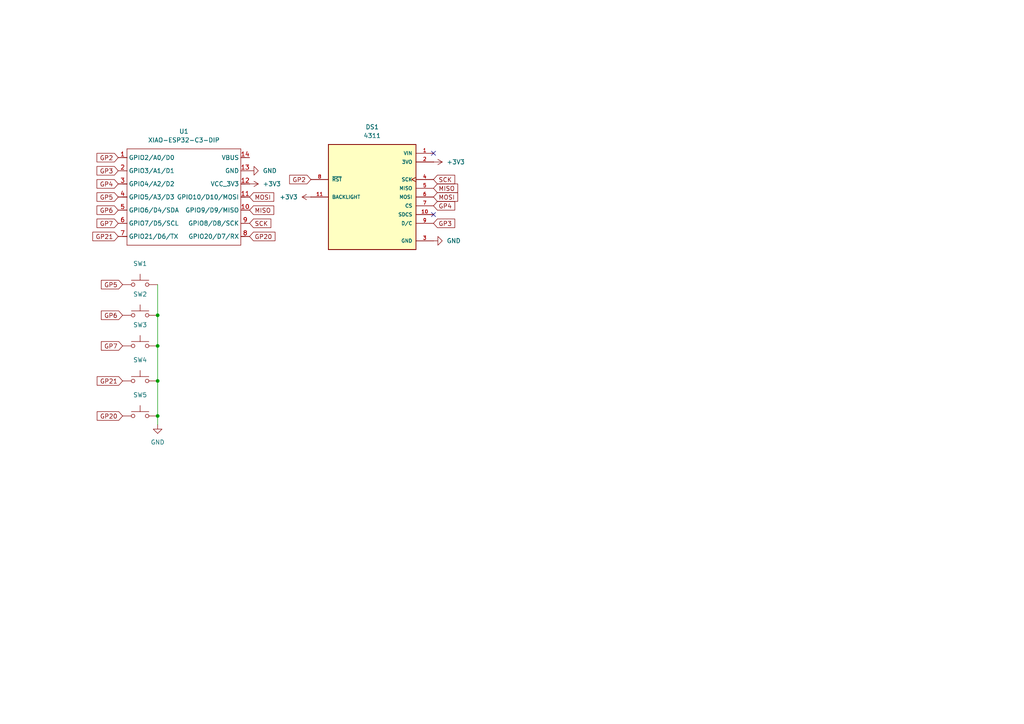
<source format=kicad_sch>
(kicad_sch (version 20231120) (generator "eeschema") (generator_version "8.0")
  (paper "A4")
  (lib_symbols
    (symbol "Display:4311" (pin_names (offset 1.016))
      (property "Reference" "DS" (at -12.7 16.002 0))
      (property "Value" "4311" (at -12.7 -17.78 0))
      (symbol "4311_0_0"
        (rectangle (start -12.7 -15.24) (end 12.7 15.24) (stroke (width 0.254)) (fill (type background)))
        (pin power_in line (at 17.78 12.7 180) (length 5.08) (name "VIN") (number "1"))
        (pin input line (at 17.78 -5.08 180) (length 5.08) (name "SDCS") (number "10"))
        (pin input line (at -17.78 0 0) (length 5.08) (name "BACKLIGHT") (number "11"))
        (pin power_in line (at 17.78 10.16 180) (length 5.08) (name "3VO") (number "2"))
        (pin power_in line (at 17.78 -12.7 180) (length 5.08) (name "GND") (number "3"))
        (pin input clock (at 17.78 5.08 180) (length 5.08) (name "SCK") (number "4"))
        (pin output line (at 17.78 2.54 180) (length 5.08) (name "MISO") (number "5"))
        (pin input line (at 17.78 0 180) (length 5.08) (name "MOSI") (number "6"))
        (pin input line (at 17.78 -2.54 180) (length 5.08) (name "CS") (number "7"))
        (pin input line (at -17.78 5.08 0) (length 5.08) (name "~{RST}") (number "8"))
        (pin input line (at 17.78 -7.62 180) (length 5.08) (name "D/C") (number "9"))
      )
    )
    (symbol "Seeed_Studio_XIAO_Series:XIAO-ESP32-C3-DIP"
      (property "Reference" "U" (at 1.016 2.794 0))
      (property "Value" "XIAO-ESP32-C3-DIP" (at 7.62 1.016 0))
      (symbol "XIAO-ESP32-C3-DIP_1_0"
        (polyline (pts (xy 0 -27.94) (xy 0 -13.97)) (stroke (width 0.1524)))
        (polyline (pts (xy 0 -25.4) (xy -1.27 -25.4)) (stroke (width 0.1524)))
        (polyline (pts (xy 0 -21.59) (xy -1.27 -21.59)) (stroke (width 0.1524)))
        (polyline (pts (xy 0 -17.78) (xy -1.27 -17.78)) (stroke (width 0.1524)))
        (polyline (pts (xy 0 -13.97) (xy -1.27 -13.97)) (stroke (width 0.1524)))
        (polyline (pts (xy 0 -13.97) (xy 0 -10.16)) (stroke (width 0.1524)))
        (polyline (pts (xy 0 -10.16) (xy -1.27 -10.16)) (stroke (width 0.1524)))
        (polyline (pts (xy 0 -10.16) (xy 0 -6.35)) (stroke (width 0.1524)))
        (polyline (pts (xy 0 -6.35) (xy -1.27 -6.35)) (stroke (width 0.1524)))
        (polyline (pts (xy 0 -6.35) (xy 0 -2.54)) (stroke (width 0.1524)))
        (polyline (pts (xy 0 -2.54) (xy -1.27 -2.54)) (stroke (width 0.1524)))
        (polyline (pts (xy 0 -2.54) (xy 0 0)) (stroke (width 0.1524)))
        (polyline (pts (xy 0 0) (xy 33.02 0)) (stroke (width 0.1524)))
        (polyline (pts (xy 33.02 -27.94) (xy 0 -27.94)) (stroke (width 0.1524)))
        (polyline (pts (xy 33.02 -10.16) (xy 33.02 -27.94)) (stroke (width 0.1524)))
        (polyline (pts (xy 33.02 -6.35) (xy 33.02 -10.16)) (stroke (width 0.1524)))
        (polyline (pts (xy 33.02 -2.54) (xy 33.02 -6.35)) (stroke (width 0.1524)))
        (polyline (pts (xy 33.02 0) (xy 33.02 -2.54)) (stroke (width 0.1524)))
        (polyline (pts (xy 34.29 -25.4) (xy 33.02 -25.4)) (stroke (width 0.1524)))
        (polyline (pts (xy 34.29 -21.59) (xy 33.02 -21.59)) (stroke (width 0.1524)))
        (polyline (pts (xy 34.29 -17.78) (xy 33.02 -17.78)) (stroke (width 0.1524)))
        (polyline (pts (xy 34.29 -13.97) (xy 33.02 -13.97)) (stroke (width 0.1524)))
        (polyline (pts (xy 34.29 -10.16) (xy 33.02 -10.16)) (stroke (width 0.1524)))
        (polyline (pts (xy 34.29 -6.35) (xy 33.02 -6.35)) (stroke (width 0.1524)))
        (polyline (pts (xy 34.29 -2.54) (xy 33.02 -2.54)) (stroke (width 0.1524)))
        (pin passive line (at -2.54 -2.54 0) (length 2.54) (name "GPIO2/A0/D0") (number "1"))
        (pin passive line (at 35.56 -17.78 180) (length 2.54) (name "GPIO9/D9/MISO") (number "10"))
        (pin passive line (at 35.56 -13.97 180) (length 2.54) (name "GPIO10/D10/MOSI") (number "11"))
        (pin passive line (at 35.56 -10.16 180) (length 2.54) (name "VCC_3V3") (number "12"))
        (pin passive line (at 35.56 -6.35 180) (length 2.54) (name "GND") (number "13"))
        (pin passive line (at 35.56 -2.54 180) (length 2.54) (name "VBUS") (number "14"))
        (pin passive line (at -2.54 -6.35 0) (length 2.54) (name "GPIO3/A1/D1") (number "2"))
        (pin passive line (at -2.54 -10.16 0) (length 2.54) (name "GPIO4/A2/D2") (number "3"))
        (pin passive line (at -2.54 -13.97 0) (length 2.54) (name "GPIO5/A3/D3") (number "4"))
        (pin passive line (at -2.54 -17.78 0) (length 2.54) (name "GPIO6/D4/SDA") (number "5"))
        (pin passive line (at -2.54 -21.59 0) (length 2.54) (name "GPIO7/D5/SCL") (number "6"))
        (pin passive line (at -2.54 -25.4 0) (length 2.54) (name "GPIO21/D6/TX") (number "7"))
        (pin passive line (at 35.56 -25.4 180) (length 2.54) (name "GPIO20/D7/RX") (number "8"))
        (pin passive line (at 35.56 -21.59 180) (length 2.54) (name "GPIO8/D8/SCK") (number "9"))
      )
    )
    (symbol "Switch:SW_Push" (pin_numbers hide) (pin_names (offset 1.016) hide)
      (property "Reference" "SW" (at 1.27 2.54 0))
      (property "Value" "SW_Push" (at 0 -1.524 0))
      (symbol "SW_Push_0_1"
        (circle (center -2.032 0) (radius 0.508))
        (polyline (pts (xy 0 1.27) (xy 0 3.048)))
        (polyline (pts (xy 2.54 1.27) (xy -2.54 1.27)))
        (circle (center 2.032 0) (radius 0.508))
        (pin passive line (at -5.08 0 0) (length 2.54) (name "1") (number "1"))
        (pin passive line (at 5.08 0 180) (length 2.54) (name "2") (number "2"))
      )
    )
    (symbol "power:+3V3" (power) (pin_numbers hide) (pin_names (offset 0) hide)
      (property "Value" "+3V3" (at 0 3.556 0))
      (symbol "+3V3_0_1"
        (polyline (pts (xy -0.762 1.27) (xy 0 2.54)))
        (polyline (pts (xy 0 0) (xy 0 2.54)))
        (polyline (pts (xy 0 2.54) (xy 0.762 1.27)))
      )
      (symbol "+3V3_1_1"
        (pin power_in line (at 0 0 90) (length 0) (name "~") (number "1"))
      )
    )
    (symbol "power:GND" (power) (pin_numbers hide) (pin_names (offset 0) hide)
      (property "Value" "GND" (at 0 -3.81 0))
      (symbol "GND_0_1"
        (polyline (pts (xy 0 0) (xy 0 -1.27) (xy 1.27 -1.27) (xy 0 -2.54) (xy -1.27 -1.27) (xy 0 -1.27)))
      )
      (symbol "GND_1_1"
        (pin power_in line (at 0 0 270) (length 0) (name "~") (number "1"))
      )
    )
  )
  (junction (at 45.72 110.49))
  (junction (at 45.72 91.44))
  (junction (at 45.72 120.65))
  (junction (at 45.72 100.33))
  (no_connect (at 125.73 44.45))
  (no_connect (at 125.73 62.23))
  (wire (pts (xy 45.72 120.65) (xy 45.72 123.19)))
  (wire (pts (xy 45.72 91.44) (xy 45.72 100.33)))
  (wire (pts (xy 45.72 82.55) (xy 45.72 91.44)))
  (wire (pts (xy 45.72 110.49) (xy 45.72 120.65)))
  (wire (pts (xy 45.72 100.33) (xy 45.72 110.49)))
  (global_label "GP2" (shape input) (at 34.29 45.72 180) (property "Intersheetrefs" "${INTERSHEET_REFS}" (effects (hide yes))))
  (global_label "GP20" (shape input) (at 72.39 68.58 0) (property "Intersheetrefs" "${INTERSHEET_REFS}" (effects (hide yes))))
  (global_label "GP4" (shape input) (at 34.29 53.34 180) (property "Intersheetrefs" "${INTERSHEET_REFS}" (effects (hide yes))))
  (global_label "GP4" (shape input) (at 125.73 59.69 0) (property "Intersheetrefs" "${INTERSHEET_REFS}" (effects (hide yes))))
  (global_label "MOSI" (shape input) (at 125.73 57.15 0) (property "Intersheetrefs" "${INTERSHEET_REFS}" (effects (hide yes))))
  (global_label "MISO" (shape input) (at 125.73 54.61 0) (property "Intersheetrefs" "${INTERSHEET_REFS}" (effects (hide yes))))
  (global_label "GP5" (shape input) (at 35.56 82.55 180) (property "Intersheetrefs" "${INTERSHEET_REFS}" (effects (hide yes))))
  (global_label "GP6" (shape input) (at 35.56 91.44 180) (property "Intersheetrefs" "${INTERSHEET_REFS}" (effects (hide yes))))
  (global_label "GP7" (shape input) (at 34.29 64.77 180) (property "Intersheetrefs" "${INTERSHEET_REFS}" (effects (hide yes))))
  (global_label "SCK" (shape input) (at 125.73 52.07 0) (property "Intersheetrefs" "${INTERSHEET_REFS}" (effects (hide yes))))
  (global_label "SCK" (shape input) (at 72.39 64.77 0) (property "Intersheetrefs" "${INTERSHEET_REFS}" (effects (hide yes))))
  (global_label "GP7" (shape input) (at 35.56 100.33 180) (property "Intersheetrefs" "${INTERSHEET_REFS}" (effects (hide yes))))
  (global_label "GP21" (shape input) (at 35.56 110.49 180) (property "Intersheetrefs" "${INTERSHEET_REFS}" (effects (hide yes))))
  (global_label "MOSI" (shape input) (at 72.39 57.15 0) (property "Intersheetrefs" "${INTERSHEET_REFS}" (effects (hide yes))))
  (global_label "GP3" (shape input) (at 125.73 64.77 0) (property "Intersheetrefs" "${INTERSHEET_REFS}" (effects (hide yes))))
  (global_label "GP5" (shape input) (at 34.29 57.15 180) (property "Intersheetrefs" "${INTERSHEET_REFS}" (effects (hide yes))))
  (global_label "GP6" (shape input) (at 34.29 60.96 180) (property "Intersheetrefs" "${INTERSHEET_REFS}" (effects (hide yes))))
  (global_label "GP2" (shape input) (at 90.17 52.07 180) (property "Intersheetrefs" "${INTERSHEET_REFS}" (effects (hide yes))))
  (global_label "GP21" (shape input) (at 34.29 68.58 180) (property "Intersheetrefs" "${INTERSHEET_REFS}" (effects (hide yes))))
  (global_label "GP20" (shape input) (at 35.56 120.65 180) (property "Intersheetrefs" "${INTERSHEET_REFS}" (effects (hide yes))))
  (global_label "MISO" (shape input) (at 72.39 60.96 0) (property "Intersheetrefs" "${INTERSHEET_REFS}" (effects (hide yes))))
  (global_label "GP3" (shape input) (at 34.29 49.53 180) (property "Intersheetrefs" "${INTERSHEET_REFS}" (effects (hide yes))))
  (symbol (lib_id "power:GND") (at 125.73 69.85 90) (unit 1)
    (property "Reference" "#PWR02" (effects (hide yes)))
    (property "Value" "GND" (at 129.54 69.8499 90) (effects (justify right)))
    (property "Description" "Power symbol creates a global label with name \"GND\" , ground" (effects (hide yes)))
  )
  (symbol (lib_id "Display:4311") (at 107.95 57.15 0) (unit 1)
    (property "Reference" "DS1" (at 107.95 36.83 0))
    (property "Value" "4311" (at 107.95 39.37 0))
    (property "Footprint" "Adafruit 4311 Footprint & Symbol:MODULE_4311" (effects (hide yes)))
    (property "MF" "Adafruit Industries LLC" (effects (hide yes)))
    (property "MAXIMUM_PACKAGE_HEIGHT" "6.08mm" (effects (hide yes)))
    (property "Package" "None" (effects (hide yes)))
    (property "Price" "None" (effects (hide yes)))
    (property "Check_prices" "https://www.snapeda.com/parts/4311/Adafruit+Industries/view-part/?ref=eda" (effects (hide yes)))
    (property "STANDARD" "Manufacturer Recommendations" (effects (hide yes)))
    (property "PARTREV" "2023-07-05" (effects (hide yes)))
    (property "SnapEDA_Link" "https://www.snapeda.com/parts/4311/Adafruit+Industries/view-part/?ref=snap" (effects (hide yes)))
    (property "MP" "4311" (effects (hide yes)))
    (property "Description_1" "\n                        \n                            Graphic LCD Display Module Red, Green, Blue (RGB) TFT - Color, IPS (In-Plane Switching) SPI 2 (50.80mm) 320 x 240\n                        \n" (effects (hide yes)))
    (property "Availability" "In Stock" (effects (hide yes)))
    (property "MANUFACTURER" "Adafruit" (effects (hide yes)))
  )
  (symbol (lib_id "Switch:SW_Push") (at 40.64 100.33 0) (unit 1)
    (property "Reference" "SW3" (at 40.64 94.234 0))
    (property "Value" "SW_Push" (effects (hide yes)))
    (property "Footprint" "Button_Switch_THT:SW_PUSH_6mm_H4.3mm" (effects (hide yes)))
    (property "Description" "Push button switch, generic, two pins" (effects (hide yes)))
  )
  (symbol (lib_id "power:GND") (at 72.39 49.53 90) (unit 1)
    (property "Reference" "#PWR03" (effects (hide yes)))
    (property "Value" "GND" (at 76.2 49.5299 90) (effects (justify right)))
    (property "Description" "Power symbol creates a global label with name \"GND\" , ground" (effects (hide yes)))
  )
  (symbol (lib_id "power:GND") (at 45.72 123.19 0) (unit 1)
    (property "Reference" "#PWR06" (effects (hide yes)))
    (property "Value" "GND" (at 45.72 128.27 0))
    (property "Description" "Power symbol creates a global label with name \"GND\" , ground" (effects (hide yes)))
  )
  (symbol (lib_id "Seeed_Studio_XIAO_Series:XIAO-ESP32-C3-DIP") (at 36.83 43.18 0) (unit 1)
    (property "Reference" "U1" (at 53.34 38.1 0))
    (property "Value" "XIAO-ESP32-C3-DIP" (at 53.34 40.64 0))
    (property "Footprint" "XIAO:XIAO-ESP32C3-DIP" (effects (hide yes)))
  )
  (symbol (lib_id "Switch:SW_Push") (at 40.64 110.49 0) (unit 1)
    (property "Reference" "SW4" (at 40.64 104.394 0))
    (property "Value" "SW_Push" (effects (hide yes)))
    (property "Footprint" "Button_Switch_THT:SW_PUSH_6mm_H4.3mm" (effects (hide yes)))
    (property "Description" "Push button switch, generic, two pins" (effects (hide yes)))
  )
  (symbol (lib_id "Switch:SW_Push") (at 40.64 82.55 0) (unit 1)
    (property "Reference" "SW1" (at 40.64 76.454 0))
    (property "Value" "SW_Push" (effects (hide yes)))
    (property "Footprint" "Button_Switch_THT:SW_PUSH_6mm_H4.3mm" (effects (hide yes)))
    (property "Description" "Push button switch, generic, two pins" (effects (hide yes)))
  )
  (symbol (lib_id "power:+3V3") (at 72.39 53.34 270) (unit 1)
    (property "Reference" "#PWR01" (effects (hide yes)))
    (property "Value" "+3V3" (at 76.2 53.3399 90) (effects (justify left)))
    (property "Description" "Power symbol creates a global label with name \"+3V3\"" (effects (hide yes)))
  )
  (symbol (lib_id "Switch:SW_Push") (at 40.64 120.65 0) (unit 1)
    (property "Reference" "SW5" (at 40.64 114.554 0))
    (property "Value" "SW_Push" (effects (hide yes)))
    (property "Footprint" "Button_Switch_THT:SW_PUSH_6mm_H4.3mm" (effects (hide yes)))
    (property "Description" "Push button switch, generic, two pins" (effects (hide yes)))
  )
  (symbol (lib_id "Switch:SW_Push") (at 40.64 91.44 0) (unit 1)
    (property "Reference" "SW2" (at 40.64 85.344 0))
    (property "Value" "SW_Push" (effects (hide yes)))
    (property "Footprint" "Button_Switch_THT:SW_PUSH_6mm_H4.3mm" (effects (hide yes)))
    (property "Description" "Push button switch, generic, two pins" (effects (hide yes)))
  )
  (symbol (lib_id "power:+3V3") (at 125.73 46.99 270) (unit 1)
    (property "Reference" "#PWR04" (effects (hide yes)))
    (property "Value" "+3V3" (at 129.54 46.9899 90) (effects (justify left)))
    (property "Description" "Power symbol creates a global label with name \"+3V3\"" (effects (hide yes)))
  )
  (symbol (lib_id "power:+3V3") (at 90.17 57.15 90) (unit 1)
    (property "Reference" "#PWR05" (effects (hide yes)))
    (property "Value" "+3V3" (at 86.36 57.1499 90) (effects (justify left)))
    (property "Description" "Power symbol creates a global label with name \"+3V3\"" (effects (hide yes)))
  )
)
</source>
